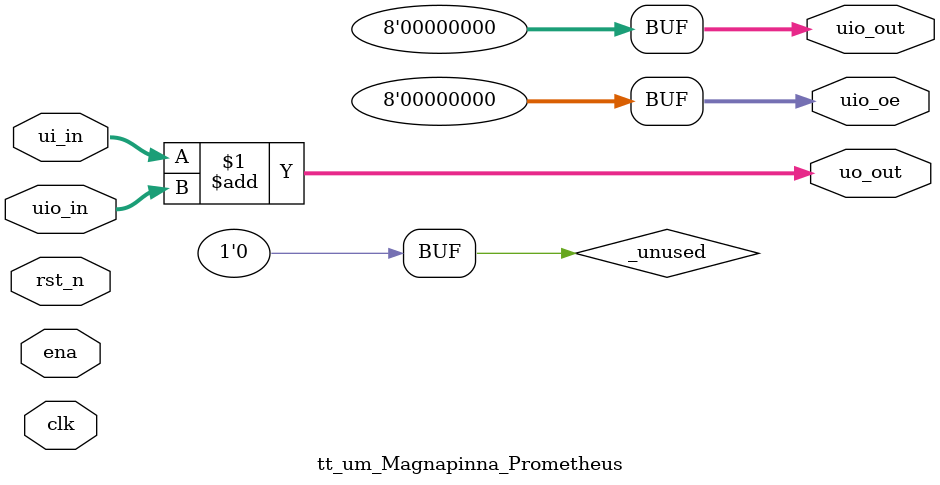
<source format=v>
/*
 * Copyright (c) 2024 Your Name
 * SPDX-License-Identifier: Apache-2.0
 */

`default_nettype none

module tt_um_Magnapinna_Prometheus (
    input  wire [7:0] ui_in,    // Dedicated inputs
    output wire [7:0] uo_out,   // Dedicated outputs
    input  wire [7:0] uio_in,   // IOs: Input path
    output wire [7:0] uio_out,  // IOs: Output path
    output wire [7:0] uio_oe,   // IOs: Enable path (active high: 0=input, 1=output)
    input  wire       ena,      // always 1 when the design is powered, so you can ignore it
    input  wire       clk,      // clock
    input  wire       rst_n     // reset_n - low to reset
);

  // All output pins must be assigned. If not used, assign to 0.
  assign uo_out  = ui_in + uio_in;  // Example: ou_out is the sum of ui_in and uio_in
  assign uio_out = 0;
  assign uio_oe  = 0;

  // List all unused inputs to prevent warnings
  wire _unused = &{ena, clk, rst_n, 1'b0};

endmodule

</source>
